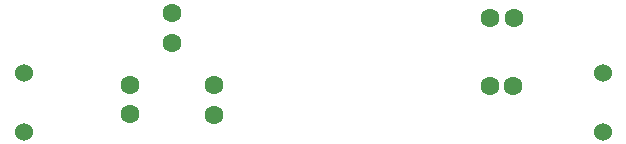
<source format=gbs>
G04 #@! TF.GenerationSoftware,KiCad,Pcbnew,(5.1.0-1220-ga833aeeac)*
G04 #@! TF.CreationDate,2019-07-09T23:07:38+03:00*
G04 #@! TF.ProjectId,proto_II_buck_kicad,70726f74-6f5f-4494-995f-6275636b5f6b,rev?*
G04 #@! TF.SameCoordinates,Original*
G04 #@! TF.FileFunction,Soldermask,Bot*
G04 #@! TF.FilePolarity,Negative*
%FSLAX46Y46*%
G04 Gerber Fmt 4.6, Leading zero omitted, Abs format (unit mm)*
G04 Created by KiCad (PCBNEW (5.1.0-1220-ga833aeeac)) date 2019-07-09 23:07:38*
%MOMM*%
%LPD*%
G04 APERTURE LIST*
%ADD10C,1.524000*%
%ADD11C,1.600000*%
G04 APERTURE END LIST*
D10*
X144000000Y-122500000D03*
X144000000Y-117500000D03*
X193000000Y-117500000D03*
X193000000Y-122500000D03*
D11*
X160100000Y-118575000D03*
X160100000Y-121075000D03*
X153000000Y-118550000D03*
X153000000Y-121050000D03*
X156525000Y-112475000D03*
X156525000Y-114975000D03*
X185450000Y-118625000D03*
X183450000Y-118625000D03*
X185500000Y-112875000D03*
X183500000Y-112875000D03*
M02*

</source>
